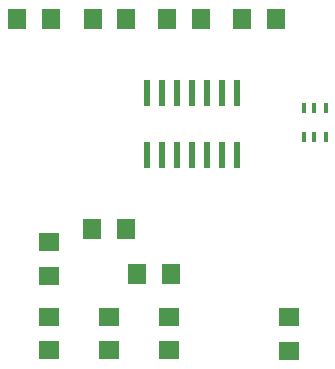
<source format=gtp>
G75*
%MOIN*%
%OFA0B0*%
%FSLAX24Y24*%
%IPPOS*%
%LPD*%
%AMOC8*
5,1,8,0,0,1.08239X$1,22.5*
%
%ADD10R,0.0120X0.0354*%
%ADD11R,0.0630X0.0709*%
%ADD12R,0.0630X0.0710*%
%ADD13R,0.0710X0.0630*%
%ADD14R,0.0236X0.0866*%
%ADD15R,0.0709X0.0630*%
D10*
X017086Y009330D03*
X017441Y009330D03*
X017815Y009330D03*
X017815Y010275D03*
X017441Y010275D03*
X017086Y010275D03*
D11*
X011151Y013257D03*
X010049Y013257D03*
D12*
X008660Y013257D03*
X007540Y013257D03*
X012540Y013257D03*
X013660Y013257D03*
X015040Y013257D03*
X016160Y013257D03*
X011160Y006257D03*
X010040Y006257D03*
X011540Y004757D03*
X012660Y004757D03*
D13*
X016600Y003317D03*
X016600Y002197D03*
X008600Y004697D03*
X008600Y005817D03*
D14*
X011850Y008734D03*
X012350Y008734D03*
X012850Y008734D03*
X013350Y008734D03*
X013850Y008734D03*
X014350Y008734D03*
X014850Y008734D03*
X014850Y010781D03*
X014350Y010781D03*
X013850Y010781D03*
X013350Y010781D03*
X012850Y010781D03*
X012350Y010781D03*
X011850Y010781D03*
D15*
X008600Y002206D03*
X008600Y003308D03*
X010600Y003308D03*
X010600Y002206D03*
X012600Y002206D03*
X012600Y003308D03*
M02*

</source>
